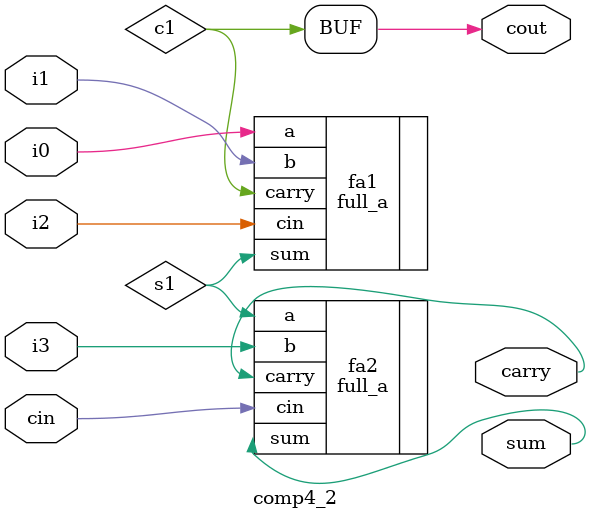
<source format=sv>
module comp4_2 (
    input  logic i0, i1, i2, i3, cin, 
    output logic sum, carry, cout     
);
    logic s1, c1;
    full_a fa1 (
        .a(i0), .b(i1), .cin(i2),
        .sum(s1), .carry(c1)
    );
    full_a fa2 (
        .a(s1), .b(i3), .cin(cin),
        .sum(sum), .carry(carry)
    );
    assign cout = c1;
endmodule


</source>
